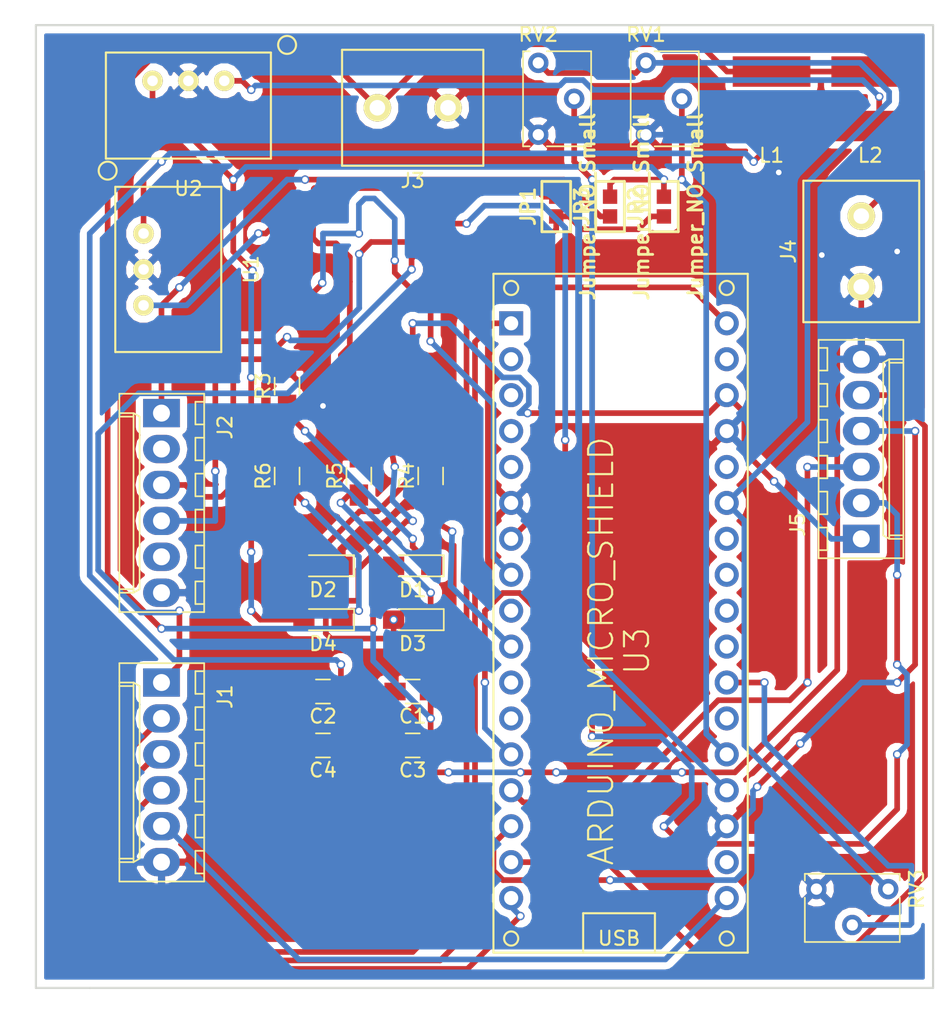
<source format=kicad_pcb>
(kicad_pcb (version 4) (host pcbnew 4.0.7+dfsg1-1ubuntu2)
  (layers (0 F.Cu signal) (31 B.Cu signal) (34 B.Paste user) (35 F.Paste user) (36 B.SilkS user) (37 F.SilkS user) (38 B.Mask user) (39 F.Mask user) (44 Edge.Cuts user))
  (net 0 "")
  (net 1 12V)
  (net 2 GND)
  (net 3 "Net-(D2-Pad2)")
  (net 4 VCC+3V)
  (net 5 DEBUG1)
  (net 6 DEBUG2)
  (net 7 SDAA)
  (net 8 SCLA)
  (net 9 VCC+5V)
  (net 10 INPUT2)
  (net 11 INPUT3)
  (net 12 INPUT4)
  (net 13 INPUT5)
  (net 14 TEST)
  (net 15 A1)
  (net 16 5V)
  (net 17 A0)
  (net 18 "Net-(C2-Pad1)")
  (net 19 "Net-(C4-Pad1)")
  (net 20 "Net-(D1-Pad1)")
  (net 21 "Net-(D3-Pad1)")
  (net 22 "Net-(D4-Pad1)")
  (net 23 VCC+EXP)
  (net 24 VCC+LS)
  (net 25 A3)
  (net 26 "Net-(U3-PadRST)")
  (net 27 "Net-(U3-PadNC)")
  (net 28 MOSI)
  (net 29 MISO)
  (module valveteam-footprints:ARDUINO_MICRO_SHIELD (layer F.Cu) (at 116.205 104.45 270)
    (fp_text reference U3 (at 26.67 -10.16 270) (layer F.SilkS) (effects (font (size 1.7 1.7))))
    (fp_text value ARDUINO_MICRO_SHIELD (at 26.67 -7.62 270) (layer F.SilkS) (effects (font (size 1.7 1.7))))
    (fp_text user USB (at 46.99 -8.89 360) (layer F.SilkS))
    (pad SCK thru_hole circle (at 3.5 -16.51 270) (size 1.7 1.7) (drill 1) (layers *.Cu *.Mask) (net 29 MISO))
    (pad MI thru_hole circle (at 6.04 -16.51 270) (size 1.7 1.7) (drill 1) (layers *.Cu *.Mask))
    (pad VI thru_hole circle (at 8.58 -16.51 270) (size 1.7 1.7) (drill 1) (layers *.Cu *.Mask) (net 9 VCC+5V))
    (pad GND thru_hole circle (at 11.12 -16.51 270) (size 1.7 1.7) (drill 1) (layers *.Cu *.Mask) (net 2 GND))
    (pad RST thru_hole circle (at 13.66 -16.51 270) (size 1.7 1.7) (drill 1) (layers *.Cu *.Mask) (net 26 "Net-(U3-PadRST)"))
    (pad 5V thru_hole circle (at 16.2 -16.51 270) (size 1.7 1.7) (drill 1) (layers *.Cu *.Mask) (net 16 5V))
    (pad NC thru_hole circle (at 18.74 -16.51 270) (size 1.7 1.7) (drill 1) (layers *.Cu *.Mask) (net 27 "Net-(U3-PadNC)"))
    (pad NC thru_hole circle (at 21.28 -16.51 270) (size 1.7 1.7) (drill 1) (layers *.Cu *.Mask) (net 27 "Net-(U3-PadNC)"))
    (pad A5 thru_hole circle (at 23.82 -16.51 270) (size 1.7 1.7) (drill 1) (layers *.Cu *.Mask))
    (pad A4 thru_hole circle (at 26.36 -16.51 270) (size 1.7 1.7) (drill 1) (layers *.Cu *.Mask))
    (pad A3 thru_hole circle (at 28.9 -16.51 270) (size 1.7 1.7) (drill 1) (layers *.Cu *.Mask) (net 25 A3))
    (pad A2 thru_hole circle (at 31.44 -16.51 270) (size 1.7 1.7) (drill 1) (layers *.Cu *.Mask))
    (pad A1 thru_hole circle (at 33.98 -16.51 270) (size 1.7 1.7) (drill 1) (layers *.Cu *.Mask) (net 15 A1))
    (pad A0 thru_hole circle (at 36.52 -16.51 270) (size 1.7 1.7) (drill 1) (layers *.Cu *.Mask) (net 17 A0))
    (pad AREF thru_hole circle (at 39.06 -16.51 270) (size 1.7 1.7) (drill 1) (layers *.Cu *.Mask) (net 2 GND))
    (pad 3.3V thru_hole circle (at 41.6 -16.51 270) (size 1.7 1.7) (drill 1) (layers *.Cu *.Mask))
    (pad 13 thru_hole circle (at 44.14 -16.51 270) (size 1.7 1.7) (drill 1) (layers *.Cu *.Mask) (net 6 DEBUG2))
    (pad MO thru_hole rect (at 3.5 -1.254 270) (size 1.7 1.7) (drill 1) (layers *.Cu *.Mask) (net 28 MOSI))
    (pad SS thru_hole circle (at 6.04 -1.254 270) (size 1.7 1.7) (drill 1) (layers *.Cu *.Mask))
    (pad TX thru_hole circle (at 8.58 -1.254 270) (size 1.7 1.7) (drill 1) (layers *.Cu *.Mask))
    (pad RX thru_hole circle (at 11.12 -1.254 270) (size 1.7 1.7) (drill 1) (layers *.Cu *.Mask))
    (pad RST thru_hole circle (at 13.66 -1.254 270) (size 1.7 1.7) (drill 1) (layers *.Cu *.Mask) (net 26 "Net-(U3-PadRST)"))
    (pad GND thru_hole circle (at 16.2 -1.254 270) (size 1.7 1.7) (drill 1) (layers *.Cu *.Mask) (net 2 GND))
    (pad 2 thru_hole circle (at 18.74 -1.254 270) (size 1.7 1.7) (drill 1) (layers *.Cu *.Mask) (net 7 SDAA))
    (pad 3 thru_hole circle (at 21.28 -1.254 270) (size 1.7 1.7) (drill 1) (layers *.Cu *.Mask) (net 8 SCLA))
    (pad 4 thru_hole circle (at 23.82 -1.254 270) (size 1.7 1.7) (drill 1) (layers *.Cu *.Mask))
    (pad 5 thru_hole circle (at 26.36 -1.254 270) (size 1.7 1.7) (drill 1) (layers *.Cu *.Mask) (net 14 TEST))
    (pad 6 thru_hole circle (at 28.9 -1.254 270) (size 1.7 1.7) (drill 1) (layers *.Cu *.Mask))
    (pad 7 thru_hole circle (at 31.44 -1.254 270) (size 1.7 1.7) (drill 1) (layers *.Cu *.Mask))
    (pad 8 thru_hole circle (at 33.98 -1.254 270) (size 1.7 1.7) (drill 1) (layers *.Cu *.Mask) (net 10 INPUT2))
    (pad 9 thru_hole circle (at 36.52 -1.254 270) (size 1.7 1.7) (drill 1) (layers *.Cu *.Mask) (net 11 INPUT3))
    (pad 10 thru_hole circle (at 39.06 -1.254 270) (size 1.7 1.7) (drill 1) (layers *.Cu *.Mask) (net 12 INPUT4))
    (pad 11 thru_hole circle (at 41.6 -1.254 270) (size 1.7 1.7) (drill 1) (layers *.Cu *.Mask) (net 13 INPUT5))
    (pad 12 thru_hole circle (at 44.14 -1.254 270) (size 1.7 1.7) (drill 1) (layers *.Cu *.Mask) (net 5 DEBUG1))
  )
  (module valveteam-footprints:Molex_KK-6410-06_06x2.54mm_Straight (layer F.Cu) (at 92.71 114.3 270)
    (fp_text reference J2 (at 1 -4.5 270) (layer F.SilkS))
    (fp_text value "For Light Sensor")
    (pad 1 thru_hole rect (at 0 0 270) (size 2 2.6) (drill 1.2) (layers *.Cu *.Mask) (net 24 VCC+LS))
    (pad 2 thru_hole oval (at 2.54 0 270) (size 2 2.6) (drill 1.2) (layers *.Cu *.Mask))
    (pad 3 thru_hole oval (at 5.08 0 270) (size 2 2.6) (drill 1.2) (layers *.Cu *.Mask) (net 7 SDAA))
    (pad 4 thru_hole oval (at 7.62 0 270) (size 2 2.6) (drill 1.2) (layers *.Cu *.Mask) (net 8 SCLA))
    (pad 5 thru_hole oval (at 10.16 0 270) (size 2 2.6) (drill 1.2) (layers *.Cu *.Mask))
    (pad 6 thru_hole oval (at 12.7 0 270) (size 2 2.6) (drill 1.2) (layers *.Cu *.Mask) (net 2 GND))
  )
  (module Capacitors_SMD:C_0805_HandSoldering (layer F.Cu) (at 110.49 133.985 180)
    (fp_text reference C1 (at 0 -1.75 180) (layer F.SilkS))
    (fp_text value 10uF)
    (pad 1 smd rect (at -1.25 0 180) (size 1.5 1.25) (layers F.Cu F.Paste F.Mask) (net 1 12V))
    (pad 2 smd rect (at 1.25 0 180) (size 1.5 1.25) (layers F.Cu F.Paste F.Mask) (net 2 GND))
  )
  (module Capacitors_SMD:C_0805_HandSoldering (layer F.Cu) (at 104.14 133.985 180)
    (fp_text reference C2 (at 0 -1.75 180) (layer F.SilkS))
    (fp_text value 10uF)
    (pad 1 smd rect (at -1.25 0 180) (size 1.5 1.25) (layers F.Cu F.Paste F.Mask) (net 18 "Net-(C2-Pad1)"))
    (pad 2 smd rect (at 1.25 0 180) (size 1.5 1.25) (layers F.Cu F.Paste F.Mask) (net 2 GND))
  )
  (module Capacitors_SMD:C_0805_HandSoldering (layer F.Cu) (at 110.49 137.795 180)
    (fp_text reference C3 (at 0 -1.75 180) (layer F.SilkS))
    (fp_text value 10uF)
    (pad 1 smd rect (at -1.25 0 180) (size 1.5 1.25) (layers F.Cu F.Paste F.Mask) (net 1 12V))
    (pad 2 smd rect (at 1.25 0 180) (size 1.5 1.25) (layers F.Cu F.Paste F.Mask) (net 2 GND))
  )
  (module LEDs:LED_0805_HandSoldering (layer F.Cu) (at 110.49 125.095 180)
    (fp_text reference D1 (at 0 -1.7 180) (layer F.SilkS))
    (fp_text value LED)
    (pad 1 smd rect (at -1.35 0 180) (size 1.5 1.3) (layers F.Cu F.Paste F.Mask) (net 20 "Net-(D1-Pad1)"))
    (pad 2 smd rect (at 1.35 0 180) (size 1.5 1.3) (layers F.Cu F.Paste F.Mask) (net 1 12V))
  )
  (module LEDs:LED_0805_HandSoldering (layer F.Cu) (at 104.14 125.095 180)
    (fp_text reference D2 (at 0 -1.7 180) (layer F.SilkS))
    (fp_text value LED)
    (pad 1 smd rect (at -1.35 0 180) (size 1.5 1.3) (layers F.Cu F.Paste F.Mask) (net 2 GND))
    (pad 2 smd rect (at 1.35 0 180) (size 1.5 1.3) (layers F.Cu F.Paste F.Mask) (net 3 "Net-(D2-Pad2)"))
  )
  (module LEDs:LED_0805_HandSoldering (layer F.Cu) (at 110.49 128.905 180)
    (fp_text reference D3 (at 0 -1.7 180) (layer F.SilkS))
    (fp_text value LED)
    (pad 1 smd rect (at -1.35 0 180) (size 1.5 1.3) (layers F.Cu F.Paste F.Mask) (net 21 "Net-(D3-Pad1)"))
    (pad 2 smd rect (at 1.35 0 180) (size 1.5 1.3) (layers F.Cu F.Paste F.Mask) (net 9 VCC+5V))
  )
  (module valveteam-footprints:Molex_KK-6410-06_06x2.54mm_Straight (layer F.Cu) (at 92.71 133.35 270)
    (fp_text reference J1 (at 1 -4.5 270) (layer F.SilkS))
    (fp_text value "For Expansion")
    (pad 1 thru_hole rect (at 0 0 270) (size 2 2.6) (drill 1.2) (layers *.Cu *.Mask) (net 23 VCC+EXP))
    (pad 2 thru_hole oval (at 2.54 0 270) (size 2 2.6) (drill 1.2) (layers *.Cu *.Mask) (net 5 DEBUG1))
    (pad 3 thru_hole oval (at 5.08 0 270) (size 2 2.6) (drill 1.2) (layers *.Cu *.Mask) (net 28 MOSI))
    (pad 4 thru_hole oval (at 7.62 0 270) (size 2 2.6) (drill 1.2) (layers *.Cu *.Mask) (net 29 MISO))
    (pad 5 thru_hole oval (at 10.16 0 270) (size 2 2.6) (drill 1.2) (layers *.Cu *.Mask) (net 6 DEBUG2))
    (pad 6 thru_hole oval (at 12.7 0 270) (size 2 2.6) (drill 1.2) (layers *.Cu *.Mask) (net 2 GND))
  )
  (module valveteam-footprints:TE_TERM (layer F.Cu) (at 110.49 92.71)
    (fp_text reference J3 (at 0 5.15) (layer F.SilkS))
    (fp_text value "From Solar Panel")
    (pad 2 thru_hole circle (at 2.5 0) (size 1.95 1.95) (drill 1.1) (layers *.Cu *.Mask F.SilkS) (net 2 GND))
    (pad 1 thru_hole circle (at -2.5 0) (size 1.95 1.95) (drill 1.1) (layers *.Cu *.Mask F.SilkS) (net 1 12V))
  )
  (module valveteam-footprints:Molex_KK-6410-06_06x2.54mm_Straight (layer F.Cu) (at 142.24 123.19 90)
    (fp_text reference J5 (at 1 -4.5 90) (layer F.SilkS))
    (fp_text value "For Flow Module b")
    (pad 1 thru_hole rect (at 0 0 90) (size 2 2.6) (drill 1.2) (layers *.Cu *.Mask) (net 9 VCC+5V))
    (pad 2 thru_hole oval (at 2.54 0 90) (size 2 2.6) (drill 1.2) (layers *.Cu *.Mask) (net 10 INPUT2))
    (pad 3 thru_hole oval (at 5.08 0 90) (size 2 2.6) (drill 1.2) (layers *.Cu *.Mask) (net 11 INPUT3))
    (pad 4 thru_hole oval (at 7.62 0 90) (size 2 2.6) (drill 1.2) (layers *.Cu *.Mask) (net 12 INPUT4))
    (pad 5 thru_hole oval (at 10.16 0 90) (size 2 2.6) (drill 1.2) (layers *.Cu *.Mask) (net 13 INPUT5))
    (pad 6 thru_hole oval (at 12.7 0 90) (size 2 2.6) (drill 1.2) (layers *.Cu *.Mask) (net 2 GND))
  )
  (module valveteam-footprints:WURTH_INDUCTOR (layer F.Cu) (at 135.89 92.075)
    (fp_text reference L1 (at 0 4) (layer F.SilkS))
    (fp_text value 6.8uH)
    (pad 1 smd rect (at 0 -1.925) (size 5.5 2.15) (layers F.Cu F.Paste F.Mask) (net 1 12V))
    (pad 2 smd rect (at 0 1.925) (size 5.5 2.15) (layers F.Cu F.Paste F.Mask) (net 18 "Net-(C2-Pad1)"))
  )
  (module Resistors_SMD:R_0805_HandSoldering (layer F.Cu) (at 101.6 112.395 90)
    (fp_text reference R3 (at 0 -1.7 90) (layer F.SilkS))
    (fp_text value 680)
    (pad 1 smd rect (at -1.35 0 90) (size 1.5 1.3) (layers F.Cu F.Paste F.Mask) (net 20 "Net-(D1-Pad1)"))
    (pad 2 smd rect (at 1.35 0 90) (size 1.5 1.3) (layers F.Cu F.Paste F.Mask) (net 2 GND))
  )
  (module Resistors_SMD:R_0805_HandSoldering (layer F.Cu) (at 111.76 118.745 90)
    (fp_text reference R4 (at 0 -1.7 90) (layer F.SilkS))
    (fp_text value 470)
    (pad 1 smd rect (at -1.35 0 90) (size 1.5 1.3) (layers F.Cu F.Paste F.Mask) (net 14 TEST))
    (pad 2 smd rect (at 1.35 0 90) (size 1.5 1.3) (layers F.Cu F.Paste F.Mask) (net 3 "Net-(D2-Pad2)"))
  )
  (module Resistors_SMD:R_0805_HandSoldering (layer F.Cu) (at 106.68 118.745 90)
    (fp_text reference R5 (at 0 -1.7 90) (layer F.SilkS))
    (fp_text value 470)
    (pad 1 smd rect (at -1.35 0 90) (size 1.5 1.3) (layers F.Cu F.Paste F.Mask) (net 21 "Net-(D3-Pad1)"))
    (pad 2 smd rect (at 1.35 0 90) (size 1.5 1.3) (layers F.Cu F.Paste F.Mask) (net 2 GND))
  )
  (module Potentiometers:Potentiometer_Trimmer_Vishay_T73XX_Vertical (layer F.Cu) (at 127 89.535)
    (fp_text reference RV1 (at 0 -2.01) (layer F.SilkS))
    (fp_text value "Trimmer Upper")
    (pad 3 thru_hole circle (at 0 5.08) (size 1.44 1.44) (drill 0.8) (layers *.Cu *.Mask) (net 2 GND))
    (pad 2 thru_hole circle (at 2.54 2.54) (size 1.44 1.44) (drill 0.8) (layers *.Cu *.Mask) (net 15 A1))
    (pad 1 thru_hole circle (at 0 0) (size 1.44 1.44) (drill 0.8) (layers *.Cu *.Mask) (net 16 5V))
  )
  (module Potentiometers:Potentiometer_Trimmer_Vishay_T73XX_Vertical (layer F.Cu) (at 119.38 89.535)
    (fp_text reference RV2 (at 0 -2.01) (layer F.SilkS))
    (fp_text value "Trimmer Lower")
    (pad 3 thru_hole circle (at 0 5.08) (size 1.44 1.44) (drill 0.8) (layers *.Cu *.Mask) (net 2 GND))
    (pad 2 thru_hole circle (at 2.54 2.54) (size 1.44 1.44) (drill 0.8) (layers *.Cu *.Mask) (net 17 A0))
    (pad 1 thru_hole circle (at 0 0) (size 1.44 1.44) (drill 0.8) (layers *.Cu *.Mask) (net 16 5V))
  )
  (module Capacitors_SMD:C_0805_HandSoldering (layer F.Cu) (at 104.14 137.795 180)
    (fp_text reference C4 (at 0 -1.75 180) (layer F.SilkS))
    (fp_text value 10uF)
    (pad 1 smd rect (at -1.25 0 180) (size 1.5 1.25) (layers F.Cu F.Paste F.Mask) (net 19 "Net-(C4-Pad1)"))
    (pad 2 smd rect (at 1.25 0 180) (size 1.5 1.25) (layers F.Cu F.Paste F.Mask) (net 2 GND))
  )
  (module LEDs:LED_0805_HandSoldering (layer F.Cu) (at 104.14 128.905 180)
    (fp_text reference D4 (at 0 -1.7 180) (layer F.SilkS))
    (fp_text value LED)
    (pad 1 smd rect (at -1.35 0 180) (size 1.5 1.3) (layers F.Cu F.Paste F.Mask) (net 22 "Net-(D4-Pad1)"))
    (pad 2 smd rect (at 1.35 0 180) (size 1.5 1.3) (layers F.Cu F.Paste F.Mask) (net 4 VCC+3V))
  )
  (module valveteam-footprints:TE_TERM (layer F.Cu) (at 142.24 102.87 270)
    (fp_text reference J4 (at 0 5.15 270) (layer F.SilkS))
    (fp_text value "To Flow Module (F)")
    (pad 2 thru_hole circle (at 2.5 0 270) (size 1.95 1.95) (drill 1.1) (layers *.Cu *.Mask F.SilkS) (net 2 GND))
    (pad 1 thru_hole circle (at -2.5 0 270) (size 1.95 1.95) (drill 1.1) (layers *.Cu *.Mask F.SilkS) (net 1 12V))
  )
  (module valveteam-footprints:SMD-solder-bridge (layer F.Cu) (at 120.65 99.695 90)
    (fp_text reference JP1 (at 0.01 -1.99 90) (layer F.SilkS) (effects (font (thickness 0.2))))
    (fp_text value Jumper_NO_Small (at 0 2.23 90) (layer F.SilkS) (effects (font (thickness 0.2))))
    (pad 1 smd rect (at -0.6985 0 90) (size 1.016 1.016) (layers F.Cu F.Paste F.Mask) (net 23 VCC+EXP))
    (pad 2 smd rect (at 0.6985 0 90) (size 1.016 1.016) (layers F.Cu F.Paste F.Mask) (net 9 VCC+5V))
  )
  (module valveteam-footprints:SMD-solder-bridge (layer F.Cu) (at 128.27 99.695 90)
    (fp_text reference JP2 (at 0.01 -1.99 90) (layer F.SilkS) (effects (font (thickness 0.2))))
    (fp_text value Jumper_NO_Small (at 0 2.23 90) (layer F.SilkS) (effects (font (thickness 0.2))))
    (pad 1 smd rect (at -0.6985 0 90) (size 1.016 1.016) (layers F.Cu F.Paste F.Mask) (net 23 VCC+EXP))
    (pad 2 smd rect (at 0.6985 0 90) (size 1.016 1.016) (layers F.Cu F.Paste F.Mask) (net 4 VCC+3V))
  )
  (module valveteam-footprints:SMD-solder-bridge (layer F.Cu) (at 124.46 99.695 90)
    (fp_text reference JP3 (at 0.01 -1.99 90) (layer F.SilkS) (effects (font (thickness 0.2))))
    (fp_text value Jumper_NO_Small (at 0 2.23 90) (layer F.SilkS) (effects (font (thickness 0.2))))
    (pad 1 smd rect (at -0.6985 0 90) (size 1.016 1.016) (layers F.Cu F.Paste F.Mask) (net 24 VCC+LS))
    (pad 2 smd rect (at 0.6985 0 90) (size 1.016 1.016) (layers F.Cu F.Paste F.Mask) (net 4 VCC+3V))
  )
  (module valveteam-footprints:WURTH_INDUCTOR (layer F.Cu) (at 142.875 92.075)
    (fp_text reference L2 (at 0 4) (layer F.SilkS))
    (fp_text value 6.8uH)
    (pad 1 smd rect (at 0 -1.925) (size 5.5 2.15) (layers F.Cu F.Paste F.Mask) (net 1 12V))
    (pad 2 smd rect (at 0 1.925) (size 5.5 2.15) (layers F.Cu F.Paste F.Mask) (net 19 "Net-(C4-Pad1)"))
  )
  (module Resistors_SMD:R_0805_HandSoldering (layer F.Cu) (at 101.6 118.745 90)
    (fp_text reference R6 (at 0 -1.7 90) (layer F.SilkS))
    (fp_text value 470)
    (pad 1 smd rect (at -1.35 0 90) (size 1.5 1.3) (layers F.Cu F.Paste F.Mask) (net 22 "Net-(D4-Pad1)"))
    (pad 2 smd rect (at 1.35 0 90) (size 1.5 1.3) (layers F.Cu F.Paste F.Mask) (net 2 GND))
  )
  (module Potentiometers:Potentiometer_Trimmer_Vishay_T73XX_Vertical (layer F.Cu) (at 144.145 147.955 270)
    (fp_text reference RV3 (at 0 -2.01 270) (layer F.SilkS))
    (fp_text value "Trimmer Upper")
    (pad 3 thru_hole circle (at 0 5.08 270) (size 1.44 1.44) (drill 0.8) (layers *.Cu *.Mask) (net 2 GND))
    (pad 2 thru_hole circle (at 2.54 2.54 270) (size 1.44 1.44) (drill 0.8) (layers *.Cu *.Mask) (net 25 A3))
    (pad 1 thru_hole circle (at 0 0 270) (size 1.44 1.44) (drill 0.8) (layers *.Cu *.Mask) (net 16 5V))
  )
  (module valveteam-footprints:TR_Series (layer F.Cu) (at 91.44 104.14 90)
    (fp_text reference U1 (at 0 7.62 90) (layer F.SilkS))
    (fp_text value TR_SERIES)
    (pad GND thru_hole circle (at 0 0 90) (size 1.45 1.45) (drill 0.75) (layers *.Cu *.Mask F.SilkS) (net 2 GND))
    (pad VI thru_hole circle (at 2.54 0 90) (size 1.45 1.45) (drill 0.75) (layers *.Cu *.Mask F.SilkS) (net 18 "Net-(C2-Pad1)"))
    (pad VO thru_hole circle (at -2.54 0 90) (size 1.45 1.45) (drill 0.75) (layers *.Cu *.Mask F.SilkS) (net 9 VCC+5V))
  )
  (module valveteam-footprints:TR_Series (layer F.Cu) (at 94.615 90.805)
    (fp_text reference U2 (at 0 7.62) (layer F.SilkS))
    (fp_text value TR_SERIES)
    (pad GND thru_hole circle (at 0 0) (size 1.45 1.45) (drill 0.75) (layers *.Cu *.Mask F.SilkS) (net 2 GND))
    (pad VI thru_hole circle (at 2.54 0) (size 1.45 1.45) (drill 0.75) (layers *.Cu *.Mask F.SilkS) (net 19 "Net-(C4-Pad1)"))
    (pad VO thru_hole circle (at -2.54 0) (size 1.45 1.45) (drill 0.75) (layers *.Cu *.Mask F.SilkS) (net 4 VCC+3V))
  )
  (gr_line (start 87.63 154.94) (end 83.82 154.94) (layer Edge.Cuts) (width 0.15))
  (gr_line (start 147.32 154.94) (end 147.32 153.67) (layer Edge.Cuts) (width 0.15))
  (gr_line (start 87.63 154.94) (end 147.32 154.94) (layer Edge.Cuts) (width 0.15))
  (gr_line (start 83.82 154.94) (end 83.82 86.868) (layer Edge.Cuts) (width 0.15))
  (gr_line (start 147.32 86.868) (end 147.32 153.67) (layer Edge.Cuts) (width 0.15))
  (gr_line (start 83.82 86.868) (end 147.32 86.868) (layer Edge.Cuts) (width 0.15))
  (segment (start 88.9 125.752755) (end 88.9 92.314998) (width 0.4) (layer F.Cu) (net 1))
  (segment (start 88.9 92.314998) (end 92.018998 89.196) (width 0.4) (layer F.Cu) (net 1))
  (segment (start 92.018998 89.196) (end 92.018998 88.9) (width 0.4) (layer F.Cu) (net 1))
  (segment (start 111.76 135.89) (end 111.76 137.775) (width 0.4) (layer F.Cu) (net 1))
  (segment (start 111.76 137.775) (end 111.74 137.795) (width 0.4) (layer F.Cu) (net 1))
  (segment (start 111.76 135.89) (end 111.76 134.005) (width 0.4) (layer F.Cu) (net 1))
  (segment (start 111.76 134.005) (end 111.74 133.985) (width 0.4) (layer F.Cu) (net 1))
  (segment (start 107.689998 129.54) (end 107.689998 131.819998) (width 0.4) (layer B.Cu) (net 1))
  (segment (start 107.689998 131.819998) (end 111.76 135.89) (width 0.4) (layer B.Cu) (net 1))
  (via (at 111.76 135.89) (size 0.6) (drill 0.4) (layers F.Cu B.Cu) (net 1))
  (segment (start 107.689998 129.54) (end 107.689998 126.445002) (width 0.4) (layer F.Cu) (net 1))
  (segment (start 107.689998 126.445002) (end 109.04 125.095) (width 0.4) (layer F.Cu) (net 1))
  (segment (start 109.04 125.095) (end 109.14 125.095) (width 0.4) (layer F.Cu) (net 1))
  (segment (start 92.71 129.54) (end 107.689998 129.54) (width 0.4) (layer B.Cu) (net 1))
  (via (at 107.689998 129.54) (size 0.6) (drill 0.4) (layers F.Cu B.Cu) (net 1))
  (segment (start 104.18 88.9) (end 92.018998 88.9) (width 0.4) (layer F.Cu) (net 1))
  (segment (start 88.9 125.752755) (end 92.687245 129.54) (width 0.4) (layer F.Cu) (net 1))
  (segment (start 107.99 92.71) (end 104.18 88.9) (width 0.4) (layer F.Cu) (net 1))
  (segment (start 108.505 125.73) (end 109.14 125.095) (width 0.4) (layer F.Cu) (net 1))
  (segment (start 92.687245 129.54) (end 92.71 129.54) (width 0.4) (layer F.Cu) (net 1))
  (via (at 92.71 129.54) (size 0.6) (drill 0.4) (layers F.Cu B.Cu) (net 1))
  (segment (start 135.89 90.15) (end 132.74 90.15) (width 0.4) (layer F.Cu) (net 1))
  (segment (start 112.485001 88.214999) (end 107.99 92.71) (width 0.4) (layer F.Cu) (net 1))
  (segment (start 132.74 90.15) (end 130.804999 88.214999) (width 0.4) (layer F.Cu) (net 1))
  (segment (start 130.804999 88.214999) (end 112.485001 88.214999) (width 0.4) (layer F.Cu) (net 1))
  (segment (start 142.875 90.15) (end 135.89 90.15) (width 0.4) (layer F.Cu) (net 1))
  (segment (start 142.24 100.37) (end 146.225001 96.384999) (width 0.4) (layer F.Cu) (net 1))
  (segment (start 146.225001 96.384999) (end 146.225001 91.825001) (width 0.4) (layer F.Cu) (net 1))
  (segment (start 146.225001 91.825001) (end 144.55 90.15) (width 0.4) (layer F.Cu) (net 1))
  (segment (start 144.55 90.15) (end 142.875 90.15) (width 0.4) (layer F.Cu) (net 1))
  (segment (start 105.49 125.095) (end 105.39 125.095) (width 0.4) (layer F.Cu) (net 2))
  (segment (start 105.39 125.095) (end 103.485 127) (width 0.4) (layer F.Cu) (net 2))
  (segment (start 103.485 127) (end 94.41 127) (width 0.4) (layer F.Cu) (net 2))
  (segment (start 94.41 127) (end 92.71 127) (width 0.4) (layer F.Cu) (net 2))
  (segment (start 136.398 97.282) (end 136.398 96.857736) (width 0.4) (layer B.Cu) (net 2))
  (segment (start 136.398 96.857736) (end 135.724263 96.183999) (width 0.4) (layer B.Cu) (net 2))
  (segment (start 135.724263 96.183999) (end 135.320001 96.183999) (width 0.4) (layer B.Cu) (net 2))
  (segment (start 139.446 103.124) (end 139.446 100.33) (width 0.4) (layer F.Cu) (net 2))
  (segment (start 139.446 100.33) (end 136.398 97.282) (width 0.4) (layer F.Cu) (net 2))
  (via (at 136.398 97.282) (size 0.6) (drill 0.4) (layers F.Cu B.Cu) (net 2))
  (segment (start 104.14 113.792) (end 104.14 115.905) (width 0.4) (layer F.Cu) (net 2))
  (segment (start 104.14 115.905) (end 105.63 117.395) (width 0.4) (layer F.Cu) (net 2))
  (segment (start 105.63 117.395) (end 106.68 117.395) (width 0.4) (layer F.Cu) (net 2))
  (segment (start 135.320001 96.183999) (end 133.751002 94.615) (width 0.4) (layer B.Cu) (net 2))
  (segment (start 133.751002 94.615) (end 127 94.615) (width 0.4) (layer B.Cu) (net 2))
  (segment (start 144.78 102.87) (end 139.7 102.87) (width 0.4) (layer B.Cu) (net 2))
  (segment (start 139.7 102.87) (end 139.446 103.124) (width 0.4) (layer B.Cu) (net 2))
  (via (at 139.446 103.124) (size 0.6) (drill 0.4) (layers F.Cu B.Cu) (net 2))
  (segment (start 142.24 105.37) (end 142.28 105.37) (width 0.4) (layer F.Cu) (net 2))
  (segment (start 142.28 105.37) (end 144.78 102.87) (width 0.4) (layer F.Cu) (net 2))
  (via (at 144.78 102.87) (size 0.6) (drill 0.4) (layers F.Cu B.Cu) (net 2))
  (segment (start 142.24 110.49) (end 142.24 105.37) (width 0.4) (layer F.Cu) (net 2))
  (segment (start 101.6 110.945) (end 101.6 111.045) (width 0.4) (layer F.Cu) (net 2))
  (segment (start 101.6 111.045) (end 101.6 111.252) (width 0.4) (layer F.Cu) (net 2))
  (segment (start 101.6 111.252) (end 104.14 113.792) (width 0.4) (layer F.Cu) (net 2))
  (via (at 104.14 113.792) (size 0.6) (drill 0.4) (layers F.Cu B.Cu) (net 2))
  (segment (start 105.49 125.095) (end 105.41 125.095) (width 0.4) (layer F.Cu) (net 2))
  (segment (start 109.24 137.795) (end 109.24 133.985) (width 0.4) (layer F.Cu) (net 2))
  (segment (start 92.71 146.05) (end 93.01 146.05) (width 0.4) (layer B.Cu) (net 2))
  (segment (start 102.79 125.095) (end 102.89 125.095) (width 0.4) (layer F.Cu) (net 3))
  (segment (start 102.89 125.095) (end 106.739999 121.245001) (width 0.4) (layer F.Cu) (net 3))
  (segment (start 106.739999 121.245001) (end 108.009999 121.245001) (width 0.4) (layer F.Cu) (net 3))
  (segment (start 108.009999 121.245001) (end 111.76 117.495) (width 0.4) (layer F.Cu) (net 3))
  (segment (start 111.76 117.495) (end 111.76 117.395) (width 0.4) (layer F.Cu) (net 3))
  (segment (start 99.06 128.27) (end 99.06 124.125) (width 0.4) (layer B.Cu) (net 4))
  (via (at 99.06 124.125) (size 0.6) (drill 0.4) (layers F.Cu B.Cu) (net 4))
  (segment (start 102.79 128.905) (end 99.695 128.905) (width 0.4) (layer F.Cu) (net 4))
  (segment (start 99.695 128.905) (end 99.06 128.27) (width 0.4) (layer F.Cu) (net 4))
  (via (at 99.06 128.27) (size 0.6) (drill 0.4) (layers F.Cu B.Cu) (net 4))
  (segment (start 128.27 97.79) (end 124.7585 97.79) (width 0.4) (layer F.Cu) (net 4))
  (segment (start 124.7585 97.79) (end 124.46 98.0885) (width 0.4) (layer F.Cu) (net 4))
  (segment (start 124.46 98.0885) (end 124.46 98.9965) (width 0.4) (layer F.Cu) (net 4))
  (segment (start 127.369999 96.889999) (end 128.27 97.79) (width 0.4) (layer B.Cu) (net 4))
  (segment (start 97.79 102.87) (end 97.79 97.79) (width 0.4) (layer F.Cu) (net 4))
  (segment (start 99.144975 104.224975) (end 97.79 102.87) (width 0.4) (layer F.Cu) (net 4))
  (segment (start 99.06 111.76) (end 99.06 104.30995) (width 0.4) (layer B.Cu) (net 4))
  (segment (start 99.06 104.30995) (end 99.144975 104.224975) (width 0.4) (layer B.Cu) (net 4))
  (via (at 99.144975 104.224975) (size 0.6) (drill 0.4) (layers F.Cu B.Cu) (net 4))
  (segment (start 99.06 124.125) (end 99.06 111.76) (width 0.4) (layer F.Cu) (net 4))
  (via (at 99.06 111.76) (size 0.6) (drill 0.4) (layers F.Cu B.Cu) (net 4))
  (segment (start 128.27 97.79) (end 128.27 98.9965) (width 0.4) (layer F.Cu) (net 4))
  (segment (start 97.79 97.79) (end 98.690001 96.889999) (width 0.4) (layer B.Cu) (net 4))
  (segment (start 98.690001 96.889999) (end 127.369999 96.889999) (width 0.4) (layer B.Cu) (net 4))
  (segment (start 92.075 92.075) (end 97.79 97.79) (width 0.4) (layer F.Cu) (net 4))
  (via (at 97.79 97.79) (size 0.6) (drill 0.4) (layers F.Cu B.Cu) (net 4))
  (via (at 128.27 97.79) (size 0.6) (drill 0.4) (layers F.Cu B.Cu) (net 4))
  (segment (start 92.075 90.805) (end 92.075 92.075) (width 0.4) (layer F.Cu) (net 4))
  (segment (start 114.369982 153.600018) (end 92.779982 153.600018) (width 0.4) (layer F.Cu) (net 5))
  (segment (start 87.63 148.59) (end 92.71 153.67) (width 0.4) (layer F.Cu) (net 5))
  (segment (start 92.71 153.67) (end 92.779982 153.600018) (width 0.4) (layer F.Cu) (net 5))
  (segment (start 92.71 135.89) (end 87.63 140.97) (width 0.4) (layer F.Cu) (net 5))
  (segment (start 87.63 140.97) (end 87.63 148.59) (width 0.4) (layer F.Cu) (net 5))
  (segment (start 118.11 149.86) (end 114.369982 153.600018) (width 0.4) (layer F.Cu) (net 5))
  (segment (start 117.459 148.59) (end 117.459 149.209) (width 0.4) (layer B.Cu) (net 5))
  (segment (start 117.459 149.209) (end 118.11 149.86) (width 0.4) (layer B.Cu) (net 5))
  (via (at 118.11 149.86) (size 0.6) (drill 0.4) (layers F.Cu B.Cu) (net 5))
  (segment (start 132.715 148.59) (end 128.374972 152.930028) (width 0.4) (layer B.Cu) (net 6))
  (segment (start 128.374972 152.930028) (end 102.430028 152.930028) (width 0.4) (layer B.Cu) (net 6))
  (segment (start 102.430028 152.930028) (end 93.01 143.51) (width 0.4) (layer B.Cu) (net 6))
  (segment (start 93.01 143.51) (end 92.71 143.51) (width 0.4) (layer B.Cu) (net 6))
  (segment (start 100.034998 110.49) (end 101.6 108.924998) (width 0.4) (layer F.Cu) (net 7))
  (segment (start 106.705568 103.053125) (end 106.705568 106.875434) (width 0.4) (layer B.Cu) (net 7))
  (segment (start 106.705568 106.875434) (end 104.423001 109.158001) (width 0.4) (layer B.Cu) (net 7))
  (segment (start 104.423001 109.158001) (end 101.833003 109.158001) (width 0.4) (layer B.Cu) (net 7))
  (segment (start 101.833003 109.158001) (end 101.6 108.924998) (width 0.4) (layer B.Cu) (net 7))
  (via (at 101.6 108.924998) (size 0.6) (drill 0.4) (layers F.Cu B.Cu) (net 7))
  (segment (start 106.705568 103.053125) (end 107.541447 102.200009) (width 0.4) (layer F.Cu) (net 7))
  (via (at 106.705568 103.053125) (size 0.6) (drill 0.4) (layers F.Cu B.Cu) (net 7))
  (segment (start 92.71 119.38) (end 94.41 119.38) (width 0.4) (layer F.Cu) (net 7))
  (segment (start 94.41 119.38) (end 95.25 120.22) (width 0.4) (layer F.Cu) (net 7))
  (segment (start 95.25 120.22) (end 96.95 120.22) (width 0.4) (layer F.Cu) (net 7))
  (segment (start 96.95 120.22) (end 97.79 119.38) (width 0.4) (layer F.Cu) (net 7))
  (segment (start 97.79 119.38) (end 97.79 110.49) (width 0.4) (layer F.Cu) (net 7))
  (segment (start 97.79 110.49) (end 100.034998 110.49) (width 0.4) (layer F.Cu) (net 7))
  (segment (start 93.01 119.38) (end 92.71 119.38) (width 0.4) (layer F.Cu) (net 7))
  (segment (start 114.3 100.9) (end 111.87 100.9) (width 0.4) (layer F.Cu) (net 7))
  (segment (start 111.87 100.9) (end 111.76 100.79) (width 0.4) (layer F.Cu) (net 7))
  (segment (start 121.285 116.205) (end 121.285 101.198998) (width 0.4) (layer B.Cu) (net 7))
  (segment (start 121.285 101.198998) (end 119.716001 99.629999) (width 0.4) (layer B.Cu) (net 7))
  (segment (start 119.716001 99.629999) (end 115.570001 99.629999) (width 0.4) (layer B.Cu) (net 7))
  (segment (start 115.570001 99.629999) (end 114.3 100.9) (width 0.4) (layer B.Cu) (net 7))
  (via (at 114.3 100.9) (size 0.6) (drill 0.4) (layers F.Cu B.Cu) (net 7))
  (segment (start 117.459 123.19) (end 121.285 119.364) (width 0.4) (layer F.Cu) (net 7))
  (segment (start 121.285 119.364) (end 121.285 116.205) (width 0.4) (layer F.Cu) (net 7))
  (via (at 121.285 116.205) (size 0.6) (drill 0.4) (layers F.Cu B.Cu) (net 7))
  (segment (start 107.541447 102.200009) (end 110.738533 102.200009) (width 0.4) (layer F.Cu) (net 7))
  (segment (start 110.738533 102.200009) (end 111.76 101.178542) (width 0.4) (layer F.Cu) (net 7))
  (segment (start 111.76 101.178542) (end 111.76 100.79) (width 0.4) (layer F.Cu) (net 7))
  (segment (start 104.08999 105.09) (end 104.14 105.09) (width 0.4) (layer F.Cu) (net 8))
  (segment (start 104.14 101.6) (end 104.14 105.03999) (width 0.4) (layer B.Cu) (net 8))
  (segment (start 104.14 105.03999) (end 104.08999 105.09) (width 0.4) (layer B.Cu) (net 8))
  (via (at 104.08999 105.09) (size 0.6) (drill 0.4) (layers F.Cu B.Cu) (net 8))
  (segment (start 104.14 101.6) (end 106.68 101.6) (width 0.4) (layer B.Cu) (net 8))
  (segment (start 96.52 121.92) (end 96.52 118.41) (width 0.4) (layer B.Cu) (net 8))
  (segment (start 92.71 121.92) (end 96.52 121.92) (width 0.4) (layer B.Cu) (net 8))
  (segment (start 92.71 121.92) (end 93.01 121.92) (width 0.4) (layer B.Cu) (net 8))
  (via (at 96.52 118.41) (size 0.6) (drill 0.4) (layers F.Cu B.Cu) (net 8))
  (segment (start 96.52 109.22) (end 96.52 118.41) (width 0.4) (layer F.Cu) (net 8))
  (segment (start 100.01 109.22) (end 96.52 109.22) (width 0.4) (layer F.Cu) (net 8))
  (segment (start 104.14 105.09) (end 100.01 109.22) (width 0.4) (layer F.Cu) (net 8))
  (segment (start 109.22 103.505) (end 109.22 100.563998) (width 0.4) (layer B.Cu) (net 8))
  (segment (start 109.22 100.563998) (end 107.778001 99.121999) (width 0.4) (layer B.Cu) (net 8))
  (segment (start 107.778001 99.121999) (end 107.105999 99.121999) (width 0.4) (layer B.Cu) (net 8))
  (segment (start 107.105999 99.121999) (end 106.68 99.547998) (width 0.4) (layer B.Cu) (net 8))
  (segment (start 106.68 99.547998) (end 106.68 101.6) (width 0.4) (layer B.Cu) (net 8))
  (segment (start 111.76 109.22) (end 111.76 106.910002) (width 0.4) (layer F.Cu) (net 8))
  (segment (start 111.76 106.910002) (end 109.22 104.370002) (width 0.4) (layer F.Cu) (net 8))
  (segment (start 109.22 104.370002) (end 109.22 103.505) (width 0.4) (layer F.Cu) (net 8))
  (via (at 109.22 103.505) (size 0.6) (drill 0.4) (layers F.Cu B.Cu) (net 8))
  (via (at 106.68 101.6) (size 0.6) (drill 0.4) (layers F.Cu B.Cu) (net 8))
  (segment (start 111.76 109.22) (end 116.208999 113.668999) (width 0.4) (layer B.Cu) (net 8))
  (segment (start 116.208999 113.668999) (end 116.208999 124.479999) (width 0.4) (layer B.Cu) (net 8))
  (segment (start 116.208999 124.479999) (end 117.459 125.73) (width 0.4) (layer B.Cu) (net 8))
  (via (at 111.76 109.22) (size 0.6) (drill 0.4) (layers F.Cu B.Cu) (net 8))
  (segment (start 103.49 100.79) (end 103.49 98.89) (width 0.4) (layer F.Cu) (net 9))
  (segment (start 106.040001 105.010001) (end 106.040009 105.010009) (width 0.4) (layer F.Cu) (net 9))
  (segment (start 106.040009 105.010009) (end 106.040009 109.564989) (width 0.4) (layer F.Cu) (net 9))
  (segment (start 106.040009 109.564989) (end 105.41 110.194998) (width 0.4) (layer F.Cu) (net 9))
  (segment (start 105.41 110.194998) (end 105.41 112.375) (width 0.4) (layer F.Cu) (net 9))
  (segment (start 106.68 113.745) (end 106.68 113.645) (width 0.4) (layer F.Cu) (net 9))
  (segment (start 106.68 113.645) (end 105.41 112.375) (width 0.4) (layer F.Cu) (net 9))
  (segment (start 103.803999 102.300001) (end 103.439999 101.936001) (width 0.4) (layer F.Cu) (net 9))
  (segment (start 106.040001 105.010001) (end 106.040001 103.269999) (width 0.4) (layer F.Cu) (net 9))
  (segment (start 106.040001 103.269999) (end 105.070003 102.300001) (width 0.4) (layer F.Cu) (net 9))
  (segment (start 105.070003 102.300001) (end 103.803999 102.300001) (width 0.4) (layer F.Cu) (net 9))
  (segment (start 103.439999 101.936001) (end 103.439999 100.840001) (width 0.4) (layer F.Cu) (net 9))
  (segment (start 103.439999 100.840001) (end 103.49 100.79) (width 0.4) (layer F.Cu) (net 9))
  (segment (start 142.24 123.19) (end 140.131475 123.19) (width 0.4) (layer B.Cu) (net 9))
  (segment (start 140.131475 123.19) (end 136.067475 119.126) (width 0.4) (layer B.Cu) (net 9))
  (segment (start 103.53999 98.39001) (end 119.135509 98.39001) (width 0.4) (layer F.Cu) (net 9))
  (segment (start 103.49 98.89) (end 103.49 98.44) (width 0.4) (layer F.Cu) (net 9))
  (segment (start 103.49 98.44) (end 103.53999 98.39001) (width 0.4) (layer F.Cu) (net 9))
  (segment (start 119.135509 98.39001) (end 119.742 98.9965) (width 0.4) (layer F.Cu) (net 9))
  (segment (start 119.742 98.9965) (end 120.65 98.9965) (width 0.4) (layer F.Cu) (net 9))
  (segment (start 99.568 101.6) (end 100.096002 101.6) (width 0.4) (layer F.Cu) (net 9))
  (segment (start 100.096002 101.6) (end 102.806002 98.89) (width 0.4) (layer F.Cu) (net 9))
  (segment (start 102.806002 98.89) (end 103.49 98.89) (width 0.4) (layer F.Cu) (net 9))
  (segment (start 132.715 113.03) (end 133.965001 114.280001) (width 0.4) (layer F.Cu) (net 9))
  (segment (start 133.965001 114.280001) (end 133.965001 117.023526) (width 0.4) (layer F.Cu) (net 9))
  (segment (start 133.965001 117.023526) (end 136.067475 119.126) (width 0.4) (layer F.Cu) (net 9))
  (segment (start 94.488 106.68) (end 91.44 106.68) (width 0.4) (layer B.Cu) (net 9))
  (segment (start 99.568 101.6) (end 94.488 106.68) (width 0.4) (layer B.Cu) (net 9))
  (via (at 99.568 101.6) (size 0.6) (drill 0.4) (layers F.Cu B.Cu) (net 9))
  (segment (start 110.49 121.92) (end 110.065736 121.92) (width 0.4) (layer F.Cu) (net 9))
  (segment (start 106.640001 127.569999) (end 104.704999 127.569999) (width 0.4) (layer F.Cu) (net 9))
  (via (at 109.14 128.905) (size 0.6) (drill 0.4) (layers F.Cu B.Cu) (net 9))
  (segment (start 110.065736 121.92) (end 106.640001 125.345735) (width 0.4) (layer F.Cu) (net 9))
  (segment (start 106.640001 125.345735) (end 106.640001 127.569999) (width 0.4) (layer F.Cu) (net 9))
  (segment (start 104.704999 127.569999) (end 104.339999 127.934999) (width 0.4) (layer F.Cu) (net 9))
  (segment (start 104.339999 127.934999) (end 104.339999 129.875001) (width 0.4) (layer F.Cu) (net 9))
  (segment (start 104.339999 129.875001) (end 104.704999 130.240001) (width 0.4) (layer F.Cu) (net 9))
  (segment (start 104.704999 130.240001) (end 108.854999 130.240001) (width 0.4) (layer F.Cu) (net 9))
  (segment (start 109.14 129.955) (end 109.14 128.905) (width 0.4) (layer F.Cu) (net 9))
  (segment (start 108.854999 130.240001) (end 109.14 129.955) (width 0.4) (layer F.Cu) (net 9))
  (segment (start 109.22 118.11) (end 109.052525 120.482525) (width 0.4) (layer B.Cu) (net 9))
  (segment (start 109.052525 120.482525) (end 110.49 121.92) (width 0.4) (layer B.Cu) (net 9))
  (via (at 110.49 121.92) (size 0.6) (drill 0.4) (layers F.Cu B.Cu) (net 9))
  (segment (start 106.68 113.745) (end 106.68 114.895) (width 0.4) (layer F.Cu) (net 9))
  (segment (start 106.68 114.895) (end 109.052525 117.267525) (width 0.4) (layer F.Cu) (net 9))
  (segment (start 109.052525 117.267525) (end 109.22 118.11) (width 0.4) (layer F.Cu) (net 9))
  (via (at 109.22 118.11) (size 0.6) (drill 0.4) (layers F.Cu B.Cu) (net 9))
  (segment (start 110.49 107.95) (end 110.49 110.985) (width 0.4) (layer F.Cu) (net 9))
  (segment (start 110.49 110.985) (end 107.73 113.745) (width 0.4) (layer F.Cu) (net 9))
  (segment (start 107.73 113.745) (end 106.68 113.745) (width 0.4) (layer F.Cu) (net 9))
  (segment (start 118.618 114.3) (end 118.039002 114.3) (width 0.4) (layer B.Cu) (net 9))
  (segment (start 118.039002 114.3) (end 118.709001 113.630001) (width 0.4) (layer B.Cu) (net 9))
  (segment (start 118.709001 113.630001) (end 118.709001 112.429999) (width 0.4) (layer B.Cu) (net 9))
  (segment (start 118.709001 112.429999) (end 118.059001 111.779999) (width 0.4) (layer B.Cu) (net 9))
  (segment (start 118.059001 111.779999) (end 116.858999 111.779999) (width 0.4) (layer B.Cu) (net 9))
  (segment (start 116.858999 111.779999) (end 113.029 107.95) (width 0.4) (layer B.Cu) (net 9))
  (segment (start 113.029 107.95) (end 110.49 107.95) (width 0.4) (layer B.Cu) (net 9))
  (via (at 110.49 107.95) (size 0.6) (drill 0.4) (layers F.Cu B.Cu) (net 9))
  (segment (start 132.715 113.03) (end 131.445 114.3) (width 0.4) (layer F.Cu) (net 9))
  (segment (start 131.445 114.3) (end 118.618 114.3) (width 0.4) (layer F.Cu) (net 9))
  (via (at 118.618 114.3) (size 0.6) (drill 0.4) (layers F.Cu B.Cu) (net 9))
  (via (at 136.067475 119.126) (size 0.6) (drill 0.4) (layers F.Cu B.Cu) (net 9))
  (segment (start 115.60001 133.35) (end 115.60001 136.57101) (width 0.4) (layer B.Cu) (net 10))
  (segment (start 115.60001 136.57101) (end 117.459 138.43) (width 0.4) (layer B.Cu) (net 10))
  (segment (start 123.19 137.16) (end 123.19 132.150998) (width 0.4) (layer F.Cu) (net 10))
  (segment (start 116.858999 127.019999) (end 115.60001 128.278988) (width 0.4) (layer F.Cu) (net 10))
  (segment (start 123.19 132.150998) (end 118.059001 127.019999) (width 0.4) (layer F.Cu) (net 10))
  (segment (start 118.059001 127.019999) (end 116.858999 127.019999) (width 0.4) (layer F.Cu) (net 10))
  (segment (start 115.60001 128.278988) (end 115.60001 133.35) (width 0.4) (layer F.Cu) (net 10))
  (via (at 115.60001 133.35) (size 0.6) (drill 0.4) (layers F.Cu B.Cu) (net 10))
  (segment (start 128.27 143.51) (end 130.240001 141.539999) (width 0.4) (layer B.Cu) (net 10))
  (segment (start 130.240001 141.539999) (end 130.240001 139.363999) (width 0.4) (layer B.Cu) (net 10))
  (segment (start 130.240001 139.363999) (end 128.036002 137.16) (width 0.4) (layer B.Cu) (net 10))
  (segment (start 128.036002 137.16) (end 123.19 137.16) (width 0.4) (layer B.Cu) (net 10))
  (via (at 123.19 137.16) (size 0.6) (drill 0.4) (layers F.Cu B.Cu) (net 10))
  (segment (start 144.78 138.43) (end 144.78 142.298544) (width 0.4) (layer F.Cu) (net 10))
  (segment (start 144.78 142.298544) (end 142.318543 144.760001) (width 0.4) (layer F.Cu) (net 10))
  (segment (start 142.318543 144.760001) (end 129.520001 144.760001) (width 0.4) (layer F.Cu) (net 10))
  (segment (start 129.520001 144.760001) (end 128.27 143.51) (width 0.4) (layer F.Cu) (net 10))
  (via (at 128.27 143.51) (size 0.6) (drill 0.4) (layers F.Cu B.Cu) (net 10))
  (segment (start 144.78 132.08) (end 145.480001 132.780001) (width 0.4) (layer B.Cu) (net 10))
  (segment (start 145.480001 132.780001) (end 145.480001 137.729999) (width 0.4) (layer B.Cu) (net 10))
  (via (at 144.78 138.43) (size 0.6) (drill 0.4) (layers F.Cu B.Cu) (net 10))
  (segment (start 145.480001 137.729999) (end 144.78 138.43) (width 0.4) (layer B.Cu) (net 10))
  (segment (start 144.78 125.73) (end 144.78 132.08) (width 0.4) (layer F.Cu) (net 10))
  (via (at 144.78 132.08) (size 0.6) (drill 0.4) (layers F.Cu B.Cu) (net 10))
  (segment (start 142.24 120.65) (end 143.94 120.65) (width 0.4) (layer B.Cu) (net 10))
  (segment (start 143.94 120.65) (end 144.78 121.49) (width 0.4) (layer B.Cu) (net 10))
  (segment (start 144.78 121.49) (end 144.78 125.73) (width 0.4) (layer B.Cu) (net 10))
  (via (at 144.78 125.73) (size 0.6) (drill 0.4) (layers F.Cu B.Cu) (net 10))
  (segment (start 138.43 133.35) (end 137.179999 134.600001) (width 0.4) (layer F.Cu) (net 11))
  (segment (start 137.179999 134.600001) (end 132.114999 134.600001) (width 0.4) (layer F.Cu) (net 11))
  (segment (start 132.114999 134.600001) (end 124.895001 141.819999) (width 0.4) (layer F.Cu) (net 11))
  (segment (start 124.895001 141.819999) (end 118.308999 141.819999) (width 0.4) (layer F.Cu) (net 11))
  (segment (start 118.308999 141.819999) (end 117.459 140.97) (width 0.4) (layer F.Cu) (net 11))
  (segment (start 138.43 118.11) (end 138.43 133.35) (width 0.4) (layer F.Cu) (net 11))
  (via (at 138.43 133.35) (size 0.6) (drill 0.4) (layers F.Cu B.Cu) (net 11))
  (segment (start 142.24 118.11) (end 138.43 118.11) (width 0.4) (layer B.Cu) (net 11))
  (via (at 138.43 118.11) (size 0.6) (drill 0.4) (layers F.Cu B.Cu) (net 11))
  (segment (start 134.874 140.716) (end 134.574001 141.015999) (width 0.4) (layer B.Cu) (net 12))
  (segment (start 134.574001 141.015999) (end 134.574001 142.285999) (width 0.4) (layer B.Cu) (net 12))
  (segment (start 134.574001 142.285999) (end 133.965001 142.894999) (width 0.4) (layer B.Cu) (net 12))
  (segment (start 137.922 137.668) (end 134.874 140.716) (width 0.4) (layer F.Cu) (net 12))
  (via (at 134.874 140.716) (size 0.6) (drill 0.4) (layers F.Cu B.Cu) (net 12))
  (segment (start 142.24 133.35) (end 137.922 137.668) (width 0.4) (layer B.Cu) (net 12))
  (via (at 137.922 137.668) (size 0.6) (drill 0.4) (layers F.Cu B.Cu) (net 12))
  (segment (start 124.46 147.32) (end 116.878998 147.32) (width 0.4) (layer F.Cu) (net 12))
  (segment (start 116.878998 147.32) (end 116.208999 146.650001) (width 0.4) (layer F.Cu) (net 12))
  (segment (start 116.208999 146.650001) (end 116.208999 144.760001) (width 0.4) (layer F.Cu) (net 12))
  (segment (start 116.208999 144.760001) (end 117.459 143.51) (width 0.4) (layer F.Cu) (net 12))
  (segment (start 133.335 147.32) (end 124.46 147.32) (width 0.4) (layer B.Cu) (net 12))
  (via (at 124.46 147.32) (size 0.6) (drill 0.4) (layers F.Cu B.Cu) (net 12))
  (segment (start 133.965001 142.894999) (end 133.965001 146.689999) (width 0.4) (layer B.Cu) (net 12))
  (segment (start 133.965001 146.689999) (end 133.335 147.32) (width 0.4) (layer B.Cu) (net 12))
  (segment (start 144.78 133.35) (end 142.24 133.35) (width 0.4) (layer B.Cu) (net 12))
  (segment (start 146.05 115.57) (end 146.05 132.08) (width 0.4) (layer F.Cu) (net 12))
  (segment (start 146.05 132.08) (end 144.78 133.35) (width 0.4) (layer F.Cu) (net 12))
  (via (at 144.78 133.35) (size 0.6) (drill 0.4) (layers F.Cu B.Cu) (net 12))
  (via (at 146.05 115.57) (size 0.6) (drill 0.4) (layers F.Cu B.Cu) (net 12))
  (segment (start 142.24 115.57) (end 146.05 115.57) (width 0.4) (layer B.Cu) (net 12))
  (segment (start 117.459 146.05) (end 124.226002 146.05) (width 0.4) (layer F.Cu) (net 13))
  (segment (start 124.226002 146.05) (end 130.830002 152.654) (width 0.4) (layer F.Cu) (net 13))
  (segment (start 130.830002 152.654) (end 141.103602 152.654) (width 0.4) (layer F.Cu) (net 13))
  (segment (start 141.103602 152.654) (end 146.750001 147.007601) (width 0.4) (layer F.Cu) (net 13))
  (segment (start 146.750001 147.007601) (end 146.750001 115.233999) (width 0.4) (layer F.Cu) (net 13))
  (segment (start 146.750001 115.233999) (end 144.546002 113.03) (width 0.4) (layer F.Cu) (net 13))
  (segment (start 144.546002 113.03) (end 142.24 113.03) (width 0.4) (layer F.Cu) (net 13))
  (segment (start 142.24 113.03) (end 142.54 113.03) (width 0.4) (layer F.Cu) (net 13))
  (segment (start 113.284 122.682) (end 113.160001 126.511001) (width 0.4) (layer B.Cu) (net 14))
  (segment (start 113.160001 126.511001) (end 117.459 130.81) (width 0.4) (layer B.Cu) (net 14))
  (segment (start 111.76 120.095) (end 111.76 121.789999) (width 0.4) (layer F.Cu) (net 14))
  (segment (start 111.76 121.789999) (end 113.284 122.682) (width 0.4) (layer F.Cu) (net 14))
  (via (at 113.284 122.682) (size 0.6) (drill 0.4) (layers F.Cu B.Cu) (net 14))
  (segment (start 129.54 97.79) (end 131.264999 99.514999) (width 0.4) (layer B.Cu) (net 15))
  (segment (start 131.264999 99.514999) (end 131.264999 136.979999) (width 0.4) (layer B.Cu) (net 15))
  (segment (start 131.264999 136.979999) (end 132.715 138.43) (width 0.4) (layer B.Cu) (net 15))
  (via (at 129.54 97.79) (size 0.6) (drill 0.4) (layers F.Cu B.Cu) (net 15))
  (segment (start 129.54 92.075) (end 129.54 97.79) (width 0.4) (layer F.Cu) (net 15))
  (segment (start 132.715 120.65) (end 138.43 114.935) (width 0.4) (layer B.Cu) (net 16))
  (segment (start 142.156 89.535) (end 127 89.535) (width 0.4) (layer B.Cu) (net 16))
  (segment (start 138.43 114.935) (end 138.43 98.041004) (width 0.4) (layer B.Cu) (net 16))
  (segment (start 144.210001 92.261003) (end 144.210001 91.589001) (width 0.4) (layer B.Cu) (net 16))
  (segment (start 138.43 98.041004) (end 144.210001 92.261003) (width 0.4) (layer B.Cu) (net 16))
  (segment (start 144.210001 91.589001) (end 142.156 89.535) (width 0.4) (layer B.Cu) (net 16))
  (segment (start 144.145 147.955) (end 133.965001 137.775001) (width 0.4) (layer B.Cu) (net 16))
  (segment (start 133.965001 121.900001) (end 132.715 120.65) (width 0.4) (layer B.Cu) (net 16))
  (segment (start 133.965001 137.775001) (end 133.965001 121.900001) (width 0.4) (layer B.Cu) (net 16))
  (segment (start 119.38 89.535) (end 120.099999 90.254999) (width 0.4) (layer F.Cu) (net 16))
  (segment (start 120.099999 90.254999) (end 126.280001 90.254999) (width 0.4) (layer F.Cu) (net 16))
  (segment (start 126.280001 90.254999) (end 127 89.535) (width 0.4) (layer F.Cu) (net 16))
  (segment (start 123.19 97.79) (end 123.19 131.445) (width 0.4) (layer B.Cu) (net 17))
  (segment (start 123.19 131.445) (end 132.715 140.97) (width 0.4) (layer B.Cu) (net 17))
  (segment (start 121.92 92.075) (end 121.92 96.52) (width 0.4) (layer F.Cu) (net 17))
  (segment (start 121.92 96.52) (end 123.19 97.79) (width 0.4) (layer F.Cu) (net 17))
  (via (at 123.19 97.79) (size 0.6) (drill 0.4) (layers F.Cu B.Cu) (net 17))
  (segment (start 105.41 132.08) (end 105.41 133.965) (width 0.4) (layer F.Cu) (net 18))
  (segment (start 105.41 133.965) (end 105.39 133.985) (width 0.4) (layer F.Cu) (net 18))
  (segment (start 92.71 96.52) (end 87.63 101.6) (width 0.4) (layer B.Cu) (net 18))
  (segment (start 87.63 125.792002) (end 93.587997 131.749999) (width 0.4) (layer B.Cu) (net 18))
  (segment (start 87.63 101.6) (end 87.63 125.792002) (width 0.4) (layer B.Cu) (net 18))
  (segment (start 93.587997 131.749999) (end 105.079999 131.749999) (width 0.4) (layer B.Cu) (net 18))
  (segment (start 105.079999 131.749999) (end 105.41 132.08) (width 0.4) (layer B.Cu) (net 18))
  (via (at 105.41 132.08) (size 0.6) (drill 0.4) (layers F.Cu B.Cu) (net 18))
  (segment (start 92.71 96.52) (end 91.44 97.79) (width 0.4) (layer F.Cu) (net 18))
  (segment (start 91.44 97.79) (end 91.44 101.6) (width 0.4) (layer F.Cu) (net 18))
  (segment (start 93.294999 95.935001) (end 92.71 96.52) (width 0.4) (layer B.Cu) (net 18))
  (via (at 92.71 96.52) (size 0.6) (drill 0.4) (layers F.Cu B.Cu) (net 18))
  (segment (start 134.62 96.52) (end 134.035001 95.935001) (width 0.4) (layer B.Cu) (net 18))
  (segment (start 134.035001 95.935001) (end 93.294999 95.935001) (width 0.4) (layer B.Cu) (net 18))
  (segment (start 135.89 94) (end 135.89 95.25) (width 0.4) (layer F.Cu) (net 18))
  (segment (start 135.89 95.25) (end 134.62 96.52) (width 0.4) (layer F.Cu) (net 18))
  (via (at 134.62 96.52) (size 0.6) (drill 0.4) (layers F.Cu B.Cu) (net 18))
  (segment (start 129.54 139.7) (end 133.295002 139.7) (width 0.4) (layer F.Cu) (net 19))
  (segment (start 133.295002 139.7) (end 140.53999 132.455012) (width 0.4) (layer F.Cu) (net 19))
  (segment (start 140.53999 97.81001) (end 142.875 95.475) (width 0.4) (layer F.Cu) (net 19))
  (segment (start 140.53999 132.455012) (end 140.53999 97.81001) (width 0.4) (layer F.Cu) (net 19))
  (segment (start 142.875 95.475) (end 142.875 94) (width 0.4) (layer F.Cu) (net 19))
  (segment (start 120.65 139.7) (end 129.54 139.7) (width 0.4) (layer B.Cu) (net 19))
  (via (at 129.54 139.7) (size 0.6) (drill 0.4) (layers F.Cu B.Cu) (net 19))
  (segment (start 118.11 139.7) (end 120.65 139.7) (width 0.4) (layer F.Cu) (net 19))
  (via (at 120.65 139.7) (size 0.6) (drill 0.4) (layers F.Cu B.Cu) (net 19))
  (segment (start 113.03 139.7) (end 118.11 139.7) (width 0.4) (layer B.Cu) (net 19))
  (via (at 118.11 139.7) (size 0.6) (drill 0.4) (layers F.Cu B.Cu) (net 19))
  (segment (start 105.39 137.795) (end 106.54 137.795) (width 0.4) (layer F.Cu) (net 19))
  (segment (start 106.54 137.795) (end 108.445 139.7) (width 0.4) (layer F.Cu) (net 19))
  (segment (start 108.445 139.7) (end 113.03 139.7) (width 0.4) (layer F.Cu) (net 19))
  (via (at 113.03 139.7) (size 0.6) (drill 0.4) (layers F.Cu B.Cu) (net 19))
  (segment (start 143.51 91.925002) (end 143.51 93.365) (width 0.4) (layer F.Cu) (net 19))
  (segment (start 143.51 93.365) (end 142.875 94) (width 0.4) (layer F.Cu) (net 19))
  (segment (start 99.06 91.44) (end 99.365001 91.134999) (width 0.4) (layer B.Cu) (net 19))
  (segment (start 99.365001 91.134999) (end 120.906399 91.134999) (width 0.4) (layer B.Cu) (net 19))
  (segment (start 120.906399 91.134999) (end 121.286399 90.754999) (width 0.4) (layer B.Cu) (net 19))
  (segment (start 121.286399 90.754999) (end 122.553601 90.754999) (width 0.4) (layer B.Cu) (net 19))
  (segment (start 123.240001 91.441399) (end 128.219999 91.441399) (width 0.4) (layer B.Cu) (net 19))
  (segment (start 122.553601 90.754999) (end 123.240001 91.441399) (width 0.4) (layer B.Cu) (net 19))
  (segment (start 128.219999 91.441399) (end 128.906399 90.754999) (width 0.4) (layer B.Cu) (net 19))
  (segment (start 128.906399 90.754999) (end 142.339997 90.754999) (width 0.4) (layer B.Cu) (net 19))
  (segment (start 142.339997 90.754999) (end 143.51 91.925002) (width 0.4) (layer B.Cu) (net 19))
  (via (at 143.51 91.925002) (size 0.6) (drill 0.4) (layers F.Cu B.Cu) (net 19))
  (segment (start 97.155 90.805) (end 98.425 90.805) (width 0.4) (layer F.Cu) (net 19))
  (segment (start 98.425 90.805) (end 99.06 91.44) (width 0.4) (layer F.Cu) (net 19))
  (via (at 99.06 91.44) (size 0.6) (drill 0.4) (layers F.Cu B.Cu) (net 19))
  (segment (start 110.49 123.19) (end 110.49 123.745) (width 0.4) (layer F.Cu) (net 20))
  (segment (start 110.49 123.745) (end 111.84 125.095) (width 0.4) (layer F.Cu) (net 20))
  (segment (start 102.87 115.57) (end 110.49 123.19) (width 0.4) (layer B.Cu) (net 20))
  (via (at 110.49 123.19) (size 0.6) (drill 0.4) (layers F.Cu B.Cu) (net 20))
  (segment (start 101.6 113.745) (end 101.6 114.3) (width 0.4) (layer F.Cu) (net 20))
  (via (at 102.87 115.57) (size 0.6) (drill 0.4) (layers F.Cu B.Cu) (net 20))
  (segment (start 101.6 114.3) (end 102.87 115.57) (width 0.4) (layer F.Cu) (net 20))
  (segment (start 111.76 127) (end 111.76 128.825) (width 0.4) (layer F.Cu) (net 21))
  (segment (start 111.76 128.825) (end 111.84 128.905) (width 0.4) (layer F.Cu) (net 21))
  (via (at 111.76 127) (size 0.6) (drill 0.4) (layers F.Cu B.Cu) (net 21))
  (segment (start 105.41 120.65) (end 111.76 127) (width 0.4) (layer B.Cu) (net 21))
  (segment (start 106.68 120.095) (end 105.965 120.095) (width 0.4) (layer F.Cu) (net 21))
  (segment (start 105.965 120.095) (end 105.41 120.65) (width 0.4) (layer F.Cu) (net 21))
  (via (at 105.41 120.65) (size 0.6) (drill 0.4) (layers F.Cu B.Cu) (net 21))
  (segment (start 106.68 128.27) (end 106.125 128.27) (width 0.4) (layer F.Cu) (net 22))
  (segment (start 106.125 128.27) (end 105.49 128.905) (width 0.4) (layer F.Cu) (net 22))
  (segment (start 102.87 120.65) (end 106.68 124.46) (width 0.4) (layer B.Cu) (net 22))
  (segment (start 106.68 124.46) (end 106.68 128.27) (width 0.4) (layer B.Cu) (net 22))
  (via (at 106.68 128.27) (size 0.6) (drill 0.4) (layers F.Cu B.Cu) (net 22))
  (segment (start 101.6 120.095) (end 102.315 120.095) (width 0.4) (layer F.Cu) (net 22))
  (segment (start 102.315 120.095) (end 102.87 120.65) (width 0.4) (layer F.Cu) (net 22))
  (via (at 102.87 120.65) (size 0.6) (drill 0.4) (layers F.Cu B.Cu) (net 22))
  (segment (start 110.409998 104.14) (end 110.409998 103.37) (width 0.4) (layer F.Cu) (net 23))
  (segment (start 110.409998 103.37) (end 110.589999 103.189999) (width 0.4) (layer F.Cu) (net 23))
  (segment (start 120.65 101.3015) (end 120.65 100.3935) (width 0.4) (layer F.Cu) (net 23))
  (segment (start 110.589999 103.189999) (end 118.761501 103.189999) (width 0.4) (layer F.Cu) (net 23))
  (segment (start 118.761501 103.189999) (end 120.65 101.3015) (width 0.4) (layer F.Cu) (net 23))
  (segment (start 93.98 128.27) (end 93.98 132.08) (width 0.4) (layer F.Cu) (net 23))
  (segment (start 93.98 132.08) (end 92.71 133.35) (width 0.4) (layer F.Cu) (net 23))
  (segment (start 88.23001 115.759988) (end 88.23001 125.402062) (width 0.4) (layer B.Cu) (net 23))
  (segment (start 88.23001 125.402062) (end 91.227958 128.40001) (width 0.4) (layer B.Cu) (net 23))
  (via (at 93.98 128.27) (size 0.6) (drill 0.4) (layers F.Cu B.Cu) (net 23))
  (segment (start 91.227958 128.40001) (end 93.84999 128.40001) (width 0.4) (layer B.Cu) (net 23))
  (segment (start 93.84999 128.40001) (end 93.98 128.27) (width 0.4) (layer B.Cu) (net 23))
  (segment (start 110.409998 104.14) (end 101.649999 112.899999) (width 0.4) (layer B.Cu) (net 23))
  (segment (start 101.649999 112.899999) (end 91.089999 112.899999) (width 0.4) (layer B.Cu) (net 23))
  (segment (start 91.089999 112.899999) (end 88.23001 115.759988) (width 0.4) (layer B.Cu) (net 23))
  (via (at 110.409998 104.14) (size 0.6) (drill 0.4) (layers F.Cu B.Cu) (net 23))
  (segment (start 120.65 100.3935) (end 121.558 100.3935) (width 0.4) (layer F.Cu) (net 23))
  (segment (start 121.558 100.3935) (end 122.466001 101.301501) (width 0.4) (layer F.Cu) (net 23))
  (segment (start 122.466001 101.301501) (end 126.453999 101.301501) (width 0.4) (layer F.Cu) (net 23))
  (segment (start 126.453999 101.301501) (end 127.362 100.3935) (width 0.4) (layer F.Cu) (net 23))
  (segment (start 127.362 100.3935) (end 128.27 100.3935) (width 0.4) (layer F.Cu) (net 23))
  (segment (start 121.179502 97.79) (end 102.87 97.79) (width 0.4) (layer F.Cu) (net 24))
  (segment (start 92.71 106.68) (end 92.71 114.3) (width 0.4) (layer F.Cu) (net 24))
  (segment (start 93.98 105.41) (end 92.71 106.68) (width 0.4) (layer F.Cu) (net 24))
  (segment (start 102.87 97.79) (end 101.6 97.79) (width 0.4) (layer B.Cu) (net 24))
  (segment (start 101.6 97.79) (end 93.98 105.41) (width 0.4) (layer B.Cu) (net 24))
  (via (at 93.98 105.41) (size 0.6) (drill 0.4) (layers F.Cu B.Cu) (net 24))
  (segment (start 124.46 100.3935) (end 123.783002 100.3935) (width 0.4) (layer F.Cu) (net 24))
  (segment (start 123.783002 100.3935) (end 121.179502 97.79) (width 0.4) (layer F.Cu) (net 24))
  (via (at 102.87 97.79) (size 0.6) (drill 0.4) (layers F.Cu B.Cu) (net 24))
  (segment (start 145.796 150.368) (end 145.669 150.495) (width 0.4) (layer B.Cu) (net 25))
  (segment (start 145.669 150.495) (end 141.605 150.495) (width 0.4) (layer B.Cu) (net 25))
  (segment (start 145.796 146.304) (end 145.796 150.368) (width 0.4) (layer B.Cu) (net 25))
  (segment (start 144.151602 146.304) (end 145.796 146.304) (width 0.4) (layer B.Cu) (net 25))
  (segment (start 135.382 133.35) (end 135.382 137.534398) (width 0.4) (layer B.Cu) (net 25))
  (segment (start 135.382 137.534398) (end 144.151602 146.304) (width 0.4) (layer B.Cu) (net 25))
  (segment (start 132.715 133.35) (end 135.382 133.35) (width 0.4) (layer F.Cu) (net 25))
  (via (at 135.382 133.35) (size 0.6) (drill 0.4) (layers F.Cu B.Cu) (net 25))
  (segment (start 92.71 138.43) (end 92.41 138.43) (width 0.4) (layer F.Cu) (net 28))
  (segment (start 92.41 138.43) (end 88.9 141.94) (width 0.4) (layer F.Cu) (net 28))
  (segment (start 88.9 141.94) (end 88.9 148.59) (width 0.4) (layer F.Cu) (net 28))
  (segment (start 116.209 107.95) (end 117.459 107.95) (width 0.4) (layer F.Cu) (net 28))
  (segment (start 88.9 148.59) (end 93.310008 153.000008) (width 0.4) (layer F.Cu) (net 28))
  (segment (start 112.429992 153.000008) (end 114.900009 150.529991) (width 0.4) (layer F.Cu) (net 28))
  (segment (start 93.310008 153.000008) (end 112.429992 153.000008) (width 0.4) (layer F.Cu) (net 28))
  (segment (start 114.900009 150.529991) (end 114.900009 109.258991) (width 0.4) (layer F.Cu) (net 28))
  (segment (start 114.900009 109.258991) (end 116.209 107.95) (width 0.4) (layer F.Cu) (net 28))
  (segment (start 92.71 140.97) (end 92.41 140.97) (width 0.4) (layer F.Cu) (net 29))
  (segment (start 93.98 152.4) (end 110.49 152.4) (width 0.4) (layer F.Cu) (net 29))
  (segment (start 130.175 105.41) (end 132.715 107.95) (width 0.4) (layer F.Cu) (net 29))
  (segment (start 92.41 140.97) (end 90.17 143.21) (width 0.4) (layer F.Cu) (net 29))
  (segment (start 90.17 143.21) (end 90.17 148.59) (width 0.4) (layer F.Cu) (net 29))
  (segment (start 90.17 148.59) (end 93.98 152.4) (width 0.4) (layer F.Cu) (net 29))
  (segment (start 110.49 152.4) (end 114.299999 148.590001) (width 0.4) (layer F.Cu) (net 29))
  (segment (start 116.84 105.41) (end 130.175 105.41) (width 0.4) (layer F.Cu) (net 29))
  (segment (start 114.299999 148.590001) (end 114.299999 107.950001) (width 0.4) (layer F.Cu) (net 29))
  (segment (start 114.299999 107.950001) (end 116.84 105.41) (width 0.4) (layer F.Cu) (net 29))
  (zone (net 2) (net_name GND) (layer B.Cu) (connect_pads (clearance 0.508)) (min_thickness 0.254) (fill yes (arc_segments 16) (thermal_gap 0.508) (thermal_bridge_width 0.508))
    (polygon (pts (xy 82.55 85.09) (xy 148.59 85.09) (xy 148.59 157.48) (xy 81.28 157.48) (xy 81.28 85.09) (xy 85.09 85.09)))
  )
  (zone (net 2) (net_name GND) (layer F.Cu) (connect_pads (clearance 0.508)) (min_thickness 0.254) (fill yes (arc_segments 16) (thermal_gap 0.508) (thermal_bridge_width 0.508))
    (polygon (pts (xy 85.09 85.09) (xy 81.28 85.09) (xy 81.28 157.48) (xy 148.59 157.48) (xy 148.59 85.09) (xy 81.28 85.09)))
  )
)
</source>
